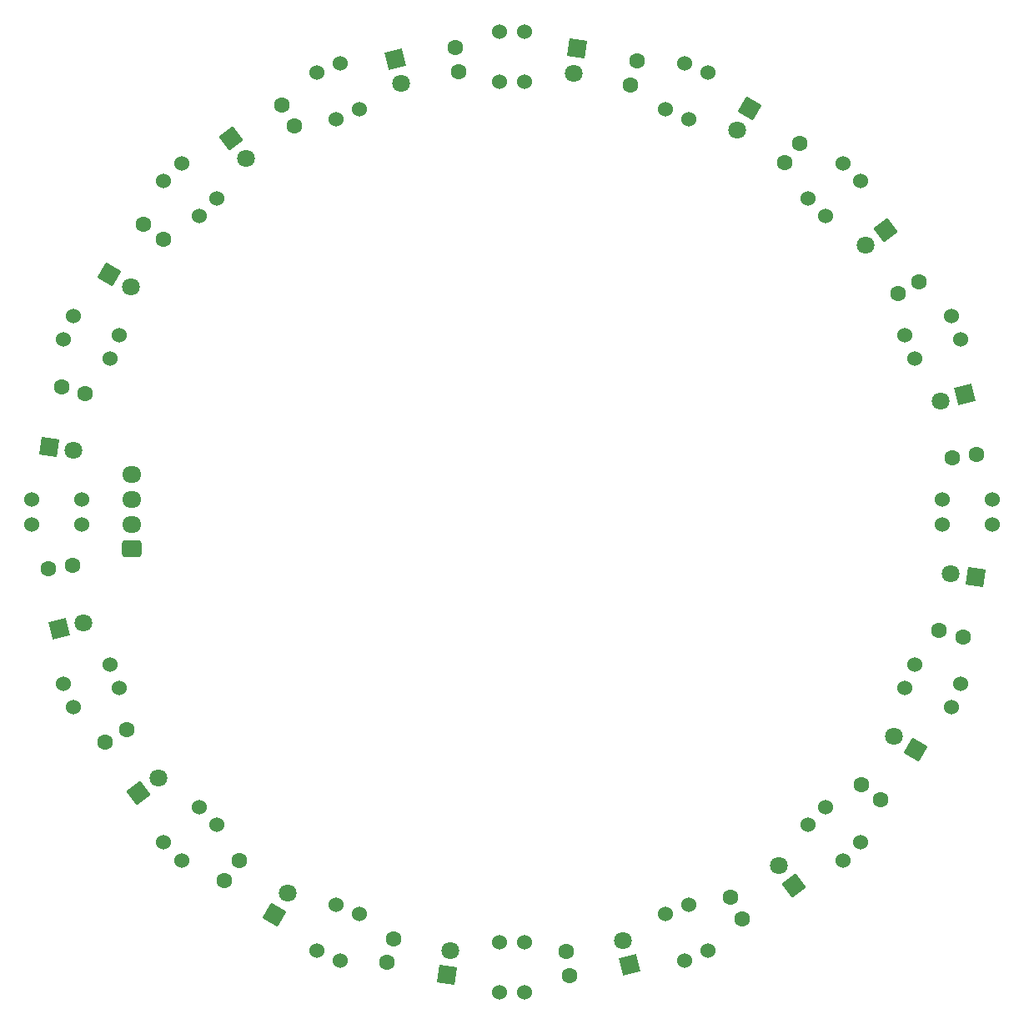
<source format=gbr>
G04 #@! TF.GenerationSoftware,KiCad,Pcbnew,(6.0.5)*
G04 #@! TF.CreationDate,2022-07-03T21:12:04+09:00*
G04 #@! TF.ProjectId,line_sensor,6c696e65-5f73-4656-9e73-6f722e6b6963,rev?*
G04 #@! TF.SameCoordinates,Original*
G04 #@! TF.FileFunction,Soldermask,Top*
G04 #@! TF.FilePolarity,Negative*
%FSLAX46Y46*%
G04 Gerber Fmt 4.6, Leading zero omitted, Abs format (unit mm)*
G04 Created by KiCad (PCBNEW (6.0.5)) date 2022-07-03 21:12:04*
%MOMM*%
%LPD*%
G01*
G04 APERTURE LIST*
G04 Aperture macros list*
%AMRoundRect*
0 Rectangle with rounded corners*
0 $1 Rounding radius*
0 $2 $3 $4 $5 $6 $7 $8 $9 X,Y pos of 4 corners*
0 Add a 4 corners polygon primitive as box body*
4,1,4,$2,$3,$4,$5,$6,$7,$8,$9,$2,$3,0*
0 Add four circle primitives for the rounded corners*
1,1,$1+$1,$2,$3*
1,1,$1+$1,$4,$5*
1,1,$1+$1,$6,$7*
1,1,$1+$1,$8,$9*
0 Add four rect primitives between the rounded corners*
20,1,$1+$1,$2,$3,$4,$5,0*
20,1,$1+$1,$4,$5,$6,$7,0*
20,1,$1+$1,$6,$7,$8,$9,0*
20,1,$1+$1,$8,$9,$2,$3,0*%
%AMRotRect*
0 Rectangle, with rotation*
0 The origin of the aperture is its center*
0 $1 length*
0 $2 width*
0 $3 Rotation angle, in degrees counterclockwise*
0 Add horizontal line*
21,1,$1,$2,0,0,$3*%
G04 Aperture macros list end*
%ADD10RotRect,1.800000X1.800000X127.000000*%
%ADD11C,1.800000*%
%ADD12C,1.600000*%
%ADD13C,1.524000*%
%ADD14RotRect,1.800000X1.800000X172.000000*%
%ADD15RotRect,1.800000X1.800000X149.500000*%
%ADD16RotRect,1.800000X1.800000X307.000000*%
%ADD17RotRect,1.800000X1.800000X82.000000*%
%ADD18RotRect,1.800000X1.800000X194.500000*%
%ADD19RotRect,1.800000X1.800000X217.000000*%
%ADD20RotRect,1.800000X1.800000X59.500000*%
%ADD21RotRect,1.800000X1.800000X352.000000*%
%ADD22RotRect,1.800000X1.800000X37.000000*%
%ADD23RotRect,1.800000X1.800000X262.000000*%
%ADD24RotRect,1.800000X1.800000X284.500000*%
%ADD25RotRect,1.800000X1.800000X104.500000*%
%ADD26RotRect,1.800000X1.800000X329.500000*%
%ADD27RotRect,1.800000X1.800000X14.500000*%
%ADD28RotRect,1.800000X1.800000X239.500000*%
%ADD29RoundRect,0.250000X0.725000X-0.600000X0.725000X0.600000X-0.725000X0.600000X-0.725000X-0.600000X0*%
%ADD30O,1.950000X1.700000*%
G04 APERTURE END LIST*
D10*
X180988019Y-139537582D03*
D11*
X179459409Y-137509048D03*
D12*
X199524106Y-95813887D03*
X197042741Y-96118560D03*
D13*
X182394055Y-69809894D03*
X184190106Y-71605945D03*
X187782209Y-68013842D03*
X185986158Y-66217791D03*
X112523559Y-119492001D03*
X111551543Y-117145347D03*
X106858235Y-119089379D03*
X107830251Y-121436033D03*
X108712000Y-102870000D03*
X108712000Y-100330000D03*
X103632000Y-100330000D03*
X103632000Y-102870000D03*
D14*
X199440704Y-108211140D03*
D11*
X196925423Y-107857640D03*
D12*
X181630376Y-64186825D03*
X180091222Y-66156852D03*
D13*
X196088000Y-100330000D03*
X196088000Y-102870000D03*
X201168000Y-102870000D03*
X201168000Y-100330000D03*
D12*
X129020714Y-60277252D03*
X130251773Y-62453141D03*
X111077252Y-124979286D03*
X113253141Y-123748227D03*
D13*
X120609894Y-71605945D03*
X122405945Y-69809894D03*
X118813842Y-66217791D03*
X117017791Y-68013842D03*
X122405945Y-133390106D03*
X120609894Y-131594055D03*
X117017791Y-135186158D03*
X118813842Y-136982209D03*
D15*
X193329970Y-125709595D03*
D11*
X191141432Y-124420448D03*
D16*
X123811981Y-63662418D03*
D11*
X125340591Y-65690952D03*
D13*
X193248457Y-117145347D03*
X192276441Y-119492001D03*
X196969749Y-121436033D03*
X197941765Y-119089379D03*
X167945347Y-60751543D03*
X170292001Y-61723559D03*
X172236033Y-57030251D03*
X169889379Y-56058235D03*
D17*
X145788860Y-148640704D03*
D11*
X146142360Y-146125423D03*
D13*
X151130000Y-57912000D03*
X153670000Y-57912000D03*
X153670000Y-52832000D03*
X151130000Y-52832000D03*
X111551543Y-86054653D03*
X112523559Y-83707999D03*
X107830251Y-81763967D03*
X106858235Y-84110621D03*
D18*
X198389917Y-89706199D03*
D11*
X195930822Y-90342164D03*
D19*
X190337582Y-73011981D03*
D11*
X188309048Y-74540591D03*
D13*
X134507999Y-61723559D03*
X136854653Y-60751543D03*
X134910621Y-56058235D03*
X132563967Y-57030251D03*
D12*
X114986825Y-72369624D03*
X116956852Y-73908778D03*
X189813175Y-130830376D03*
X187843148Y-129291222D03*
X139712056Y-147351246D03*
X140380152Y-144942170D03*
D13*
X192276441Y-83707999D03*
X193248457Y-86054653D03*
X197941765Y-84110621D03*
X196969749Y-81763967D03*
X153670000Y-145288000D03*
X151130000Y-145288000D03*
X151130000Y-150368000D03*
X153670000Y-150368000D03*
X136854653Y-142448457D03*
X134507999Y-141476441D03*
X132563967Y-146169749D03*
X134910621Y-147141765D03*
D20*
X128290405Y-142529970D03*
D11*
X129579552Y-140341432D03*
D21*
X105359296Y-94988860D03*
D11*
X107874577Y-95342360D03*
D12*
X106648754Y-88912056D03*
X109057830Y-89580152D03*
D13*
X184190106Y-131594055D03*
X182394055Y-133390106D03*
X185986158Y-136982209D03*
X187782209Y-135186158D03*
D12*
X165087944Y-55848754D03*
X164419848Y-58257830D03*
D22*
X114462418Y-130188019D03*
D11*
X116490952Y-128659409D03*
D12*
X198151246Y-114287944D03*
X195742170Y-113619848D03*
X123169624Y-139013175D03*
X124708778Y-137043148D03*
D23*
X159011140Y-54559296D03*
D11*
X158657640Y-57074577D03*
D12*
X193722748Y-78220714D03*
X191546859Y-79451773D03*
X105275894Y-107386113D03*
X107757259Y-107081440D03*
X175779286Y-142922748D03*
X174548227Y-140746859D03*
D24*
X140506199Y-55610083D03*
D11*
X141142164Y-58069178D03*
D13*
X170292001Y-141476441D03*
X167945347Y-142448457D03*
X169889379Y-147141765D03*
X172236033Y-146169749D03*
D25*
X164293801Y-147589917D03*
D11*
X163657836Y-145130822D03*
D26*
X111470030Y-77490405D03*
D11*
X113658568Y-78779552D03*
D12*
X146613887Y-54475894D03*
X146918560Y-56957259D03*
D27*
X106410083Y-113493801D03*
D11*
X108869178Y-112857836D03*
D12*
X158186113Y-148724106D03*
X157881440Y-146242741D03*
D28*
X176509595Y-60670030D03*
D11*
X175220448Y-62858568D03*
D29*
X113775000Y-105350000D03*
D30*
X113775000Y-102850000D03*
X113775000Y-100350000D03*
X113775000Y-97850000D03*
M02*

</source>
